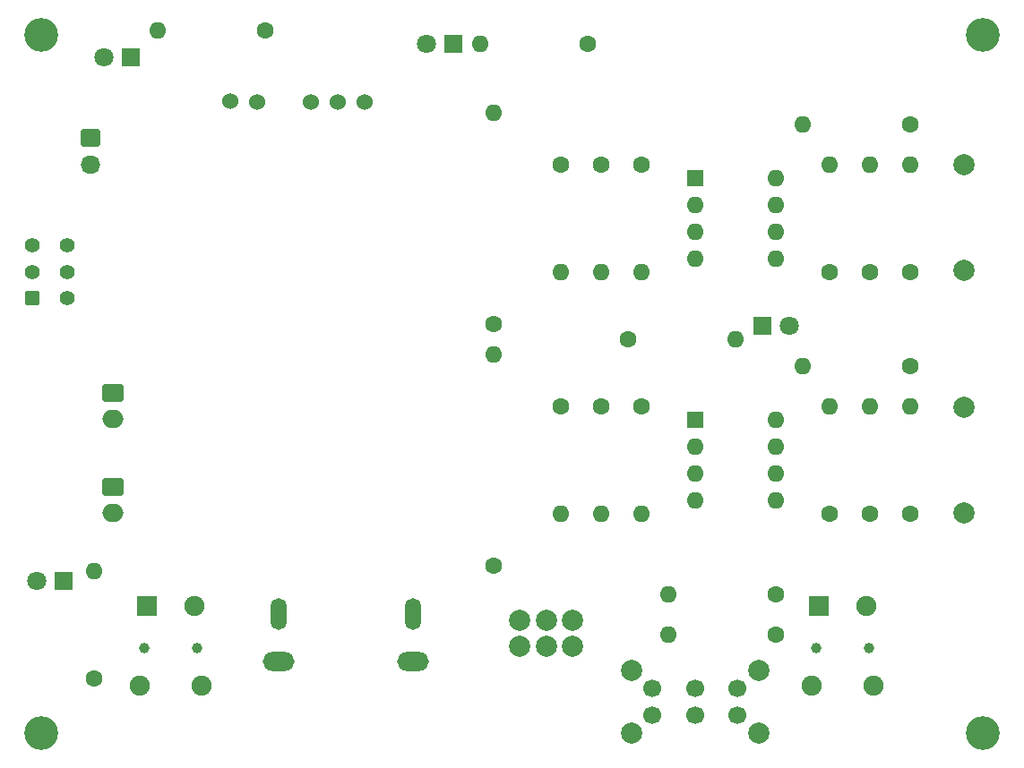
<source format=gbr>
%TF.GenerationSoftware,KiCad,Pcbnew,7.0.11*%
%TF.CreationDate,2024-12-01T20:51:01+09:00*%
%TF.ProjectId,AudioAmp_v0,41756469-6f41-46d7-905f-76302e6b6963,rev?*%
%TF.SameCoordinates,Original*%
%TF.FileFunction,Soldermask,Bot*%
%TF.FilePolarity,Negative*%
%FSLAX46Y46*%
G04 Gerber Fmt 4.6, Leading zero omitted, Abs format (unit mm)*
G04 Created by KiCad (PCBNEW 7.0.11) date 2024-12-01 20:51:01*
%MOMM*%
%LPD*%
G01*
G04 APERTURE LIST*
G04 Aperture macros list*
%AMRoundRect*
0 Rectangle with rounded corners*
0 $1 Rounding radius*
0 $2 $3 $4 $5 $6 $7 $8 $9 X,Y pos of 4 corners*
0 Add a 4 corners polygon primitive as box body*
4,1,4,$2,$3,$4,$5,$6,$7,$8,$9,$2,$3,0*
0 Add four circle primitives for the rounded corners*
1,1,$1+$1,$2,$3*
1,1,$1+$1,$4,$5*
1,1,$1+$1,$6,$7*
1,1,$1+$1,$8,$9*
0 Add four rect primitives between the rounded corners*
20,1,$1+$1,$2,$3,$4,$5,0*
20,1,$1+$1,$4,$5,$6,$7,0*
20,1,$1+$1,$6,$7,$8,$9,0*
20,1,$1+$1,$8,$9,$2,$3,0*%
G04 Aperture macros list end*
%ADD10R,1.800000X1.800000*%
%ADD11C,1.800000*%
%ADD12C,1.600000*%
%ADD13O,1.600000X1.600000*%
%ADD14RoundRect,0.250000X-0.750000X0.600000X-0.750000X-0.600000X0.750000X-0.600000X0.750000X0.600000X0*%
%ADD15O,2.000000X1.700000*%
%ADD16C,2.000000*%
%ADD17C,3.200000*%
%ADD18R,1.600000X1.600000*%
%ADD19O,2.997200X1.803400*%
%ADD20O,1.498600X2.997200*%
%ADD21C,1.524000*%
%ADD22C,1.000000*%
%ADD23R,1.900000X1.900000*%
%ADD24C,1.900000*%
%ADD25RoundRect,0.250000X0.450000X-0.450000X0.450000X0.450000X-0.450000X0.450000X-0.450000X-0.450000X0*%
%ADD26C,1.400000*%
%ADD27RoundRect,0.250000X-0.675000X0.600000X-0.675000X-0.600000X0.675000X-0.600000X0.675000X0.600000X0*%
%ADD28O,1.850000X1.700000*%
%ADD29C,1.700000*%
G04 APERTURE END LIST*
D10*
%TO.C,D3*%
X5080000Y-54610000D03*
D11*
X2540000Y-54610000D03*
%TD*%
D12*
%TO.C,R33*%
X8012613Y-63854341D03*
D13*
X8012613Y-53694341D03*
%TD*%
D14*
%TO.C,J6*%
X9800000Y-36850000D03*
D15*
X9800000Y-39350000D03*
%TD*%
D12*
%TO.C,C5*%
X45720000Y-53180000D03*
D13*
X45720000Y-33180000D03*
%TD*%
D14*
%TO.C,J7*%
X9800000Y-45740000D03*
D15*
X9800000Y-48240000D03*
%TD*%
D16*
%TO.C,C11*%
X90170000Y-38180000D03*
X90170000Y-48180000D03*
%TD*%
D17*
%TO.C,REF\u002A\u002A*%
X92000000Y-3000000D03*
%TD*%
D10*
%TO.C,D1*%
X11430000Y-5080000D03*
D11*
X8890000Y-5080000D03*
%TD*%
D12*
%TO.C,R2*%
X52070000Y-38100000D03*
D13*
X52070000Y-48260000D03*
%TD*%
D12*
%TO.C,R3*%
X59690000Y-15240000D03*
D13*
X59690000Y-25400000D03*
%TD*%
D12*
%TO.C,R1*%
X52070000Y-15240000D03*
D13*
X52070000Y-25400000D03*
%TD*%
D12*
%TO.C,R8*%
X85090000Y-34290000D03*
D13*
X74930000Y-34290000D03*
%TD*%
D18*
%TO.C,U2*%
X64780000Y-16520000D03*
D13*
X64780000Y-19060000D03*
X64780000Y-21600000D03*
X64780000Y-24140000D03*
X72400000Y-24140000D03*
X72400000Y-21600000D03*
X72400000Y-19060000D03*
X72400000Y-16520000D03*
%TD*%
D12*
%TO.C,R4*%
X59690000Y-38100000D03*
D13*
X59690000Y-48260000D03*
%TD*%
D12*
%TO.C,R11*%
X81280000Y-25400000D03*
D13*
X81280000Y-15240000D03*
%TD*%
D19*
%TO.C,J3*%
X25400000Y-62294000D03*
D20*
X25400000Y-57793999D03*
%TD*%
D12*
%TO.C,R31*%
X24130000Y-2540000D03*
D13*
X13970000Y-2540000D03*
%TD*%
D12*
%TO.C,R32*%
X54610000Y-3810000D03*
D13*
X44450000Y-3810000D03*
%TD*%
D17*
%TO.C,REF\u002A\u002A*%
X3000000Y-69000000D03*
%TD*%
D21*
%TO.C,U1*%
X20852500Y-9257500D03*
X23392500Y-9307500D03*
X28472500Y-9307500D03*
X31012500Y-9307500D03*
X33552500Y-9307500D03*
%TD*%
D22*
%TO.C,J5*%
X76240000Y-61000000D03*
X81240000Y-61000000D03*
D23*
X76490000Y-57000000D03*
D24*
X80990000Y-57000000D03*
X75840000Y-64500000D03*
X81640000Y-64500000D03*
%TD*%
D16*
%TO.C,RV1*%
X53200000Y-58355000D03*
X50700000Y-58355000D03*
X48200000Y-58355000D03*
X53200000Y-60855000D03*
X50700000Y-60855000D03*
X48200000Y-60855000D03*
%TD*%
D17*
%TO.C,REF\u002A\u002A*%
X92000000Y-69000000D03*
%TD*%
D12*
%TO.C,R9*%
X85090000Y-25400000D03*
D13*
X85090000Y-15240000D03*
%TD*%
D25*
%TO.C,SW1*%
X2167500Y-27900000D03*
D26*
X2167500Y-25400000D03*
X2167500Y-22900000D03*
X5467500Y-27900000D03*
X5467500Y-25400000D03*
X5467500Y-22900000D03*
%TD*%
D27*
%TO.C,J2*%
X7620000Y-12740000D03*
D28*
X7620000Y-15240000D03*
%TD*%
D10*
%TO.C,D2*%
X41910000Y-3810000D03*
D11*
X39370000Y-3810000D03*
%TD*%
D16*
%TO.C,C10*%
X90180000Y-15250000D03*
X90180000Y-25250000D03*
%TD*%
D12*
%TO.C,R6*%
X55880000Y-38100000D03*
D13*
X55880000Y-48260000D03*
%TD*%
D12*
%TO.C,R12*%
X81280000Y-48260000D03*
D13*
X81280000Y-38100000D03*
%TD*%
D12*
%TO.C,R10*%
X85090000Y-48260000D03*
D13*
X85090000Y-38100000D03*
%TD*%
D18*
%TO.C,U3*%
X64780000Y-39380000D03*
D13*
X64780000Y-41920000D03*
X64780000Y-44460000D03*
X64780000Y-47000000D03*
X72400000Y-47000000D03*
X72400000Y-44460000D03*
X72400000Y-41920000D03*
X72400000Y-39380000D03*
%TD*%
D19*
%TO.C,J4*%
X38100000Y-62294000D03*
D20*
X38100000Y-57793999D03*
%TD*%
D12*
%TO.C,R7*%
X85090000Y-11430000D03*
D13*
X74930000Y-11430000D03*
%TD*%
D12*
%TO.C,R15*%
X72390000Y-59690000D03*
D13*
X62230000Y-59690000D03*
%TD*%
D22*
%TO.C,J1*%
X12740000Y-61000000D03*
X17740000Y-61000000D03*
D23*
X12990000Y-57000000D03*
D24*
X17490000Y-57000000D03*
X12340000Y-64500000D03*
X18140000Y-64500000D03*
%TD*%
D12*
%TO.C,R13*%
X77470000Y-25400000D03*
D13*
X77470000Y-15240000D03*
%TD*%
D12*
%TO.C,R5*%
X55880000Y-15240000D03*
D13*
X55880000Y-25400000D03*
%TD*%
D12*
%TO.C,R34*%
X58420000Y-31750000D03*
D13*
X68580000Y-31750000D03*
%TD*%
D12*
%TO.C,C4*%
X45720000Y-30320000D03*
D13*
X45720000Y-10320000D03*
%TD*%
D12*
%TO.C,R16*%
X72390000Y-55880000D03*
D13*
X62230000Y-55880000D03*
%TD*%
D12*
%TO.C,R14*%
X77470000Y-48260000D03*
D13*
X77470000Y-38100000D03*
%TD*%
D17*
%TO.C,REF\u002A\u002A*%
X3000000Y-3000000D03*
%TD*%
D16*
%TO.C,SW2*%
X58770000Y-63060000D03*
X58770000Y-69060000D03*
X70770000Y-63060000D03*
X70770000Y-69060000D03*
D29*
X60770000Y-64810000D03*
X64770000Y-64810000D03*
X68770000Y-64810000D03*
X60770000Y-67310000D03*
X64770000Y-67310000D03*
X68770000Y-67310000D03*
%TD*%
D10*
%TO.C,D4*%
X71120000Y-30480000D03*
D11*
X73660000Y-30480000D03*
%TD*%
M02*

</source>
